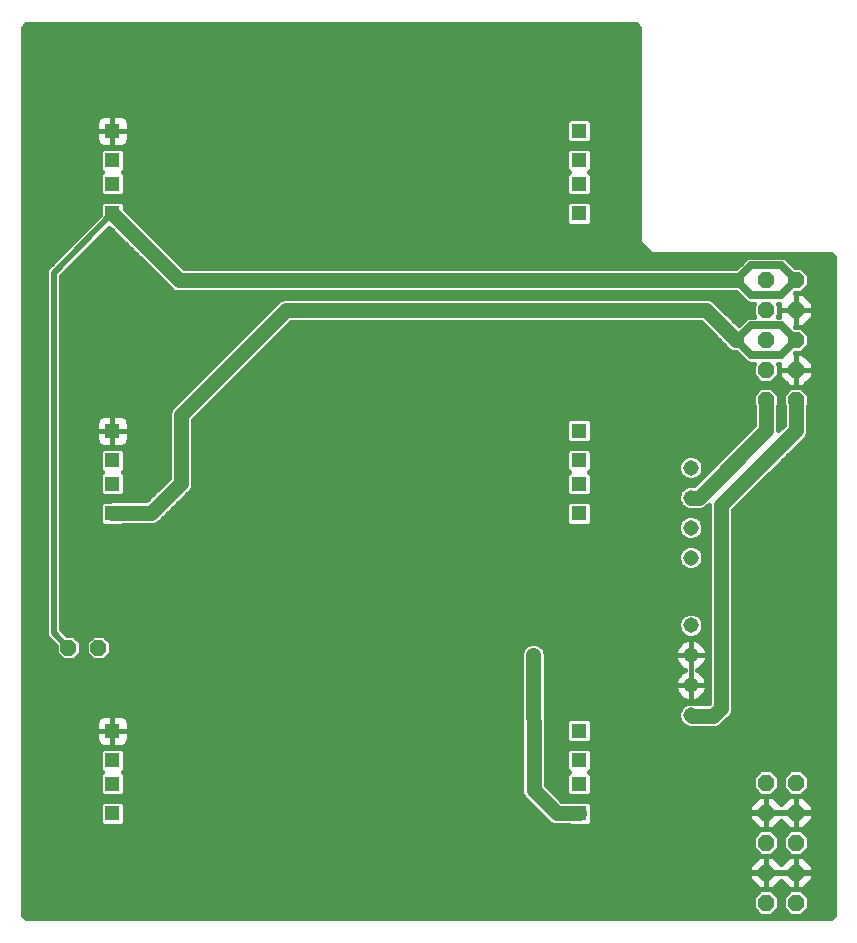
<source format=gtl>
G75*
%MOIN*%
%OFA0B0*%
%FSLAX25Y25*%
%IPPOS*%
%LPD*%
%AMOC8*
5,1,8,0,0,1.08239X$1,22.5*
%
%ADD10R,0.05150X0.05150*%
%ADD11C,0.05150*%
%ADD12OC8,0.05600*%
%ADD13OC8,0.05200*%
%ADD14C,0.05000*%
%ADD15C,0.02500*%
%ADD16C,0.02000*%
%ADD17C,0.03962*%
%ADD18C,0.01600*%
%ADD19R,0.03962X0.03962*%
D10*
X0033925Y0039025D03*
X0033925Y0048868D03*
X0033925Y0056742D03*
X0033925Y0066584D03*
X0033925Y0139025D03*
X0033925Y0148868D03*
X0033925Y0156742D03*
X0033925Y0166584D03*
X0033925Y0239025D03*
X0033925Y0248868D03*
X0033925Y0256742D03*
X0033925Y0266584D03*
X0189437Y0266584D03*
X0189437Y0256742D03*
X0189437Y0248868D03*
X0189437Y0239025D03*
X0189437Y0166584D03*
X0189437Y0156742D03*
X0189437Y0148868D03*
X0189437Y0139025D03*
X0189437Y0066584D03*
X0189437Y0056742D03*
X0189437Y0048868D03*
X0189437Y0039025D03*
D11*
X0226740Y0071840D03*
X0226740Y0081840D03*
X0226740Y0091840D03*
X0226740Y0101840D03*
X0226740Y0124340D03*
X0226740Y0134340D03*
X0226740Y0144340D03*
X0226740Y0154340D03*
D12*
X0251740Y0176840D03*
X0261740Y0176840D03*
X0261740Y0186840D03*
X0261740Y0196840D03*
X0261740Y0206840D03*
X0261740Y0216840D03*
X0251740Y0216840D03*
X0251740Y0206840D03*
X0251740Y0196840D03*
X0251740Y0186840D03*
X0251740Y0049340D03*
X0261740Y0049340D03*
X0261740Y0039340D03*
X0261740Y0029340D03*
X0261740Y0019340D03*
X0261740Y0009340D03*
X0251740Y0009340D03*
X0251740Y0019340D03*
X0251740Y0029340D03*
X0251740Y0039340D03*
D13*
X0029240Y0094340D03*
X0019240Y0094340D03*
D14*
X0033925Y0139025D02*
X0034300Y0139300D01*
X0046800Y0139300D01*
X0056800Y0149300D01*
X0056800Y0171800D01*
X0091800Y0206800D01*
X0231800Y0206800D01*
X0241800Y0196800D01*
X0241800Y0216800D02*
X0056170Y0216800D01*
X0033925Y0239025D01*
X0174240Y0091840D02*
X0174240Y0086840D01*
X0174300Y0054182D01*
X0174300Y0046804D01*
X0181962Y0039142D01*
X0189320Y0039142D01*
X0189437Y0039025D01*
X0226740Y0071840D02*
X0226958Y0071622D01*
X0234128Y0071622D01*
X0236800Y0074294D01*
X0236800Y0141800D01*
X0261800Y0166800D01*
X0261740Y0176840D01*
X0251740Y0176840D02*
X0251800Y0166800D01*
X0229300Y0144300D01*
X0226740Y0144340D01*
D15*
X0246800Y0191800D02*
X0241800Y0196800D01*
X0246800Y0201800D01*
X0256800Y0201800D01*
X0261740Y0196840D01*
X0256800Y0191800D01*
X0246800Y0191800D01*
X0246800Y0211800D02*
X0256800Y0211800D01*
X0261740Y0216840D01*
X0256800Y0221800D01*
X0246800Y0221800D01*
X0241800Y0216800D01*
X0246800Y0211800D01*
D16*
X0033925Y0239025D02*
X0014300Y0219300D01*
X0014300Y0099300D01*
X0019240Y0094340D01*
D17*
X0174240Y0091840D03*
X0174240Y0086840D03*
D18*
X0274084Y0004937D02*
X0004396Y0004937D01*
X0004040Y0005293D02*
X0004040Y0300887D01*
X0005193Y0302040D01*
X0208287Y0302040D01*
X0209440Y0300887D01*
X0209440Y0229356D01*
X0213287Y0225509D01*
X0215193Y0225509D01*
X0273287Y0225509D01*
X0274440Y0224356D01*
X0274440Y0005293D01*
X0273287Y0004140D01*
X0005193Y0004140D01*
X0004040Y0005293D01*
X0004040Y0006536D02*
X0248322Y0006536D01*
X0247340Y0007517D02*
X0247340Y0011163D01*
X0249917Y0013740D01*
X0253563Y0013740D01*
X0256140Y0011163D01*
X0256140Y0007517D01*
X0253563Y0004940D01*
X0249917Y0004940D01*
X0247340Y0007517D01*
X0247340Y0008134D02*
X0004040Y0008134D01*
X0004040Y0009733D02*
X0247340Y0009733D01*
X0247509Y0011331D02*
X0004040Y0011331D01*
X0004040Y0012930D02*
X0249107Y0012930D01*
X0249420Y0013740D02*
X0246140Y0017020D01*
X0246140Y0019240D01*
X0251640Y0019240D01*
X0251640Y0019440D01*
X0251640Y0024940D01*
X0249420Y0024940D01*
X0246140Y0021660D01*
X0246140Y0019440D01*
X0251640Y0019440D01*
X0251840Y0019440D01*
X0251840Y0024940D01*
X0254060Y0024940D01*
X0256740Y0022260D01*
X0259420Y0024940D01*
X0261640Y0024940D01*
X0261640Y0019440D01*
X0261840Y0019440D01*
X0261840Y0024940D01*
X0264060Y0024940D01*
X0267340Y0021660D01*
X0267340Y0019440D01*
X0261840Y0019440D01*
X0261840Y0019240D01*
X0267340Y0019240D01*
X0267340Y0017020D01*
X0264060Y0013740D01*
X0261840Y0013740D01*
X0261840Y0019240D01*
X0261640Y0019240D01*
X0261640Y0013740D01*
X0259420Y0013740D01*
X0256740Y0016420D01*
X0254060Y0013740D01*
X0251840Y0013740D01*
X0251840Y0019240D01*
X0251840Y0019440D01*
X0257340Y0019440D01*
X0261640Y0019440D01*
X0261640Y0019240D01*
X0251840Y0019240D01*
X0251640Y0019240D01*
X0251640Y0013740D01*
X0249420Y0013740D01*
X0248632Y0014528D02*
X0004040Y0014528D01*
X0004040Y0016127D02*
X0247034Y0016127D01*
X0246140Y0017725D02*
X0004040Y0017725D01*
X0004040Y0019324D02*
X0251640Y0019324D01*
X0251840Y0019324D02*
X0261640Y0019324D01*
X0261840Y0019324D02*
X0274440Y0019324D01*
X0274440Y0020922D02*
X0267340Y0020922D01*
X0266479Y0022521D02*
X0274440Y0022521D01*
X0274440Y0024119D02*
X0264880Y0024119D01*
X0263563Y0024940D02*
X0266140Y0027517D01*
X0266140Y0031163D01*
X0263563Y0033740D01*
X0259917Y0033740D01*
X0257340Y0031163D01*
X0257340Y0027517D01*
X0259917Y0024940D01*
X0263563Y0024940D01*
X0264340Y0025718D02*
X0274440Y0025718D01*
X0274440Y0027316D02*
X0265939Y0027316D01*
X0266140Y0028915D02*
X0274440Y0028915D01*
X0274440Y0030513D02*
X0266140Y0030513D01*
X0265191Y0032112D02*
X0274440Y0032112D01*
X0274440Y0033710D02*
X0263592Y0033710D01*
X0264060Y0033740D02*
X0267340Y0037020D01*
X0267340Y0039240D01*
X0261840Y0039240D01*
X0261840Y0039440D01*
X0261640Y0039440D01*
X0261640Y0044940D01*
X0259420Y0044940D01*
X0256740Y0042260D01*
X0254060Y0044940D01*
X0251840Y0044940D01*
X0251840Y0039440D01*
X0251640Y0039440D01*
X0251640Y0044940D01*
X0249420Y0044940D01*
X0246140Y0041660D01*
X0246140Y0039440D01*
X0251640Y0039440D01*
X0251640Y0039240D01*
X0246140Y0039240D01*
X0246140Y0037020D01*
X0249420Y0033740D01*
X0251640Y0033740D01*
X0251640Y0039240D01*
X0251840Y0039240D01*
X0251840Y0039440D01*
X0257340Y0039440D01*
X0261640Y0039440D01*
X0261640Y0039240D01*
X0261840Y0039240D01*
X0261840Y0033740D01*
X0264060Y0033740D01*
X0265628Y0035309D02*
X0274440Y0035309D01*
X0274440Y0036907D02*
X0267227Y0036907D01*
X0267340Y0038506D02*
X0274440Y0038506D01*
X0274440Y0040104D02*
X0267340Y0040104D01*
X0267340Y0039440D02*
X0267340Y0041660D01*
X0264060Y0044940D01*
X0261840Y0044940D01*
X0261840Y0039440D01*
X0267340Y0039440D01*
X0267297Y0041703D02*
X0274440Y0041703D01*
X0274440Y0043301D02*
X0265698Y0043301D01*
X0264100Y0044900D02*
X0274440Y0044900D01*
X0274440Y0046498D02*
X0265121Y0046498D01*
X0266140Y0047517D02*
X0263563Y0044940D01*
X0259917Y0044940D01*
X0257340Y0047517D01*
X0257340Y0051163D01*
X0259917Y0053740D01*
X0263563Y0053740D01*
X0266140Y0051163D01*
X0266140Y0047517D01*
X0266140Y0048097D02*
X0274440Y0048097D01*
X0274440Y0049695D02*
X0266140Y0049695D01*
X0266009Y0051294D02*
X0274440Y0051294D01*
X0274440Y0052892D02*
X0264410Y0052892D01*
X0259070Y0052892D02*
X0254410Y0052892D01*
X0253563Y0053740D02*
X0249917Y0053740D01*
X0247340Y0051163D01*
X0247340Y0047517D01*
X0249917Y0044940D01*
X0253563Y0044940D01*
X0256140Y0047517D01*
X0256140Y0051163D01*
X0253563Y0053740D01*
X0256009Y0051294D02*
X0257471Y0051294D01*
X0257340Y0049695D02*
X0256140Y0049695D01*
X0256140Y0048097D02*
X0257340Y0048097D01*
X0258359Y0046498D02*
X0255121Y0046498D01*
X0254100Y0044900D02*
X0259380Y0044900D01*
X0261640Y0044900D02*
X0261840Y0044900D01*
X0261840Y0043301D02*
X0261640Y0043301D01*
X0261640Y0041703D02*
X0261840Y0041703D01*
X0261840Y0040104D02*
X0261640Y0040104D01*
X0261640Y0039240D02*
X0251840Y0039240D01*
X0251840Y0033740D01*
X0254060Y0033740D01*
X0256740Y0036420D01*
X0259420Y0033740D01*
X0261640Y0033740D01*
X0261640Y0039240D01*
X0261640Y0038506D02*
X0261840Y0038506D01*
X0261840Y0036907D02*
X0261640Y0036907D01*
X0261640Y0035309D02*
X0261840Y0035309D01*
X0259888Y0033710D02*
X0253592Y0033710D01*
X0253563Y0033740D02*
X0249917Y0033740D01*
X0247340Y0031163D01*
X0247340Y0027517D01*
X0249917Y0024940D01*
X0253563Y0024940D01*
X0256140Y0027517D01*
X0256140Y0031163D01*
X0253563Y0033740D01*
X0255191Y0032112D02*
X0258289Y0032112D01*
X0257340Y0030513D02*
X0256140Y0030513D01*
X0256140Y0028915D02*
X0257340Y0028915D01*
X0257541Y0027316D02*
X0255939Y0027316D01*
X0254340Y0025718D02*
X0259140Y0025718D01*
X0258600Y0024119D02*
X0254880Y0024119D01*
X0256479Y0022521D02*
X0257001Y0022521D01*
X0261640Y0022521D02*
X0261840Y0022521D01*
X0261840Y0024119D02*
X0261640Y0024119D01*
X0261640Y0020922D02*
X0261840Y0020922D01*
X0261840Y0017725D02*
X0261640Y0017725D01*
X0261640Y0016127D02*
X0261840Y0016127D01*
X0261840Y0014528D02*
X0261640Y0014528D01*
X0259917Y0013740D02*
X0257340Y0011163D01*
X0257340Y0007517D01*
X0259917Y0004940D01*
X0263563Y0004940D01*
X0266140Y0007517D01*
X0266140Y0011163D01*
X0263563Y0013740D01*
X0259917Y0013740D01*
X0259107Y0012930D02*
X0254373Y0012930D01*
X0254848Y0014528D02*
X0258632Y0014528D01*
X0257034Y0016127D02*
X0256446Y0016127D01*
X0251840Y0016127D02*
X0251640Y0016127D01*
X0251640Y0017725D02*
X0251840Y0017725D01*
X0251840Y0014528D02*
X0251640Y0014528D01*
X0255971Y0011331D02*
X0257509Y0011331D01*
X0257340Y0009733D02*
X0256140Y0009733D01*
X0256140Y0008134D02*
X0257340Y0008134D01*
X0258322Y0006536D02*
X0255158Y0006536D01*
X0264373Y0012930D02*
X0274440Y0012930D01*
X0274440Y0014528D02*
X0264848Y0014528D01*
X0266446Y0016127D02*
X0274440Y0016127D01*
X0274440Y0017725D02*
X0267340Y0017725D01*
X0265971Y0011331D02*
X0274440Y0011331D01*
X0274440Y0009733D02*
X0266140Y0009733D01*
X0266140Y0008134D02*
X0274440Y0008134D01*
X0274440Y0006536D02*
X0265158Y0006536D01*
X0251840Y0020922D02*
X0251640Y0020922D01*
X0251640Y0022521D02*
X0251840Y0022521D01*
X0251840Y0024119D02*
X0251640Y0024119D01*
X0249140Y0025718D02*
X0004040Y0025718D01*
X0004040Y0027316D02*
X0247541Y0027316D01*
X0247340Y0028915D02*
X0004040Y0028915D01*
X0004040Y0030513D02*
X0247340Y0030513D01*
X0248289Y0032112D02*
X0004040Y0032112D01*
X0004040Y0033710D02*
X0249888Y0033710D01*
X0251640Y0035309D02*
X0251840Y0035309D01*
X0251840Y0036907D02*
X0251640Y0036907D01*
X0251640Y0038506D02*
X0251840Y0038506D01*
X0251840Y0040104D02*
X0251640Y0040104D01*
X0251640Y0041703D02*
X0251840Y0041703D01*
X0251840Y0043301D02*
X0251640Y0043301D01*
X0251640Y0044900D02*
X0251840Y0044900D01*
X0249380Y0044900D02*
X0192881Y0044900D01*
X0192674Y0044693D02*
X0193612Y0045630D01*
X0193612Y0052105D01*
X0192912Y0052805D01*
X0193612Y0053504D01*
X0193612Y0059979D01*
X0192674Y0060916D01*
X0186199Y0060916D01*
X0185262Y0059979D01*
X0185262Y0053504D01*
X0185962Y0052805D01*
X0185262Y0052105D01*
X0185262Y0045630D01*
X0186199Y0044693D01*
X0192674Y0044693D01*
X0192674Y0043200D02*
X0190237Y0043200D01*
X0190136Y0043242D01*
X0183661Y0043242D01*
X0178400Y0048502D01*
X0178400Y0053370D01*
X0178401Y0053374D01*
X0178400Y0054187D01*
X0178400Y0054997D01*
X0178398Y0055001D01*
X0178340Y0086849D01*
X0178340Y0092656D01*
X0177716Y0094162D01*
X0176562Y0095316D01*
X0175056Y0095940D01*
X0173424Y0095940D01*
X0171918Y0095316D01*
X0170764Y0094162D01*
X0170140Y0092656D01*
X0170140Y0087652D01*
X0170139Y0087648D01*
X0170140Y0086835D01*
X0170140Y0086024D01*
X0170141Y0086021D01*
X0170200Y0054173D01*
X0170200Y0045988D01*
X0170824Y0044481D01*
X0178487Y0036819D01*
X0179640Y0035666D01*
X0181147Y0035042D01*
X0186008Y0035042D01*
X0186199Y0034850D01*
X0192674Y0034850D01*
X0193612Y0035787D01*
X0193612Y0042263D01*
X0192674Y0043200D01*
X0193612Y0041703D02*
X0246183Y0041703D01*
X0246140Y0040104D02*
X0193612Y0040104D01*
X0193612Y0038506D02*
X0246140Y0038506D01*
X0246253Y0036907D02*
X0193612Y0036907D01*
X0193133Y0035309D02*
X0247852Y0035309D01*
X0255628Y0035309D02*
X0257852Y0035309D01*
X0257782Y0043301D02*
X0255698Y0043301D01*
X0248359Y0046498D02*
X0193612Y0046498D01*
X0193612Y0048097D02*
X0247340Y0048097D01*
X0247340Y0049695D02*
X0193612Y0049695D01*
X0193612Y0051294D02*
X0247471Y0051294D01*
X0249070Y0052892D02*
X0193000Y0052892D01*
X0193612Y0054491D02*
X0274440Y0054491D01*
X0274440Y0056089D02*
X0193612Y0056089D01*
X0193612Y0057688D02*
X0274440Y0057688D01*
X0274440Y0059286D02*
X0193612Y0059286D01*
X0192706Y0060885D02*
X0274440Y0060885D01*
X0274440Y0062483D02*
X0192749Y0062483D01*
X0192674Y0062409D02*
X0193612Y0063347D01*
X0193612Y0069822D01*
X0192674Y0070759D01*
X0186199Y0070759D01*
X0185262Y0069822D01*
X0185262Y0063347D01*
X0186199Y0062409D01*
X0192674Y0062409D01*
X0193612Y0064082D02*
X0274440Y0064082D01*
X0274440Y0065680D02*
X0193612Y0065680D01*
X0193612Y0067279D02*
X0274440Y0067279D01*
X0274440Y0068877D02*
X0237182Y0068877D01*
X0237604Y0069299D02*
X0240276Y0071972D01*
X0240900Y0073479D01*
X0240900Y0140102D01*
X0264131Y0163333D01*
X0264143Y0163338D01*
X0264708Y0163910D01*
X0265276Y0164478D01*
X0265281Y0164489D01*
X0265290Y0164498D01*
X0265593Y0165242D01*
X0265900Y0165984D01*
X0265900Y0165997D01*
X0265905Y0166009D01*
X0265900Y0166812D01*
X0265900Y0167616D01*
X0265895Y0167627D01*
X0265853Y0174730D01*
X0266140Y0175017D01*
X0266140Y0178663D01*
X0263563Y0181240D01*
X0259917Y0181240D01*
X0257340Y0178663D01*
X0257340Y0175017D01*
X0257653Y0174705D01*
X0257690Y0168488D01*
X0255901Y0166699D01*
X0255900Y0166812D01*
X0255900Y0167616D01*
X0255895Y0167627D01*
X0255853Y0174730D01*
X0256140Y0175017D01*
X0256140Y0178663D01*
X0253563Y0181240D01*
X0249917Y0181240D01*
X0247340Y0178663D01*
X0247340Y0175017D01*
X0247653Y0174705D01*
X0247690Y0168488D01*
X0227674Y0148472D01*
X0227570Y0148515D01*
X0225910Y0148515D01*
X0224375Y0147879D01*
X0223201Y0146705D01*
X0222565Y0145170D01*
X0222565Y0143510D01*
X0223201Y0141975D01*
X0224375Y0140801D01*
X0225910Y0140165D01*
X0227570Y0140165D01*
X0227713Y0140224D01*
X0228454Y0140213D01*
X0228484Y0140200D01*
X0229268Y0140200D01*
X0230051Y0140188D01*
X0230082Y0140200D01*
X0230116Y0140200D01*
X0230839Y0140500D01*
X0231568Y0140788D01*
X0231592Y0140811D01*
X0231622Y0140824D01*
X0232176Y0141378D01*
X0232700Y0141886D01*
X0232700Y0075992D01*
X0232429Y0075722D01*
X0228278Y0075722D01*
X0227570Y0076015D01*
X0225910Y0076015D01*
X0224375Y0075379D01*
X0223201Y0074205D01*
X0222565Y0072670D01*
X0222565Y0071010D01*
X0223201Y0069475D01*
X0224375Y0068301D01*
X0224556Y0068226D01*
X0224636Y0068146D01*
X0226143Y0067522D01*
X0234943Y0067522D01*
X0236450Y0068146D01*
X0237604Y0069299D01*
X0238780Y0070476D02*
X0274440Y0070476D01*
X0274440Y0072074D02*
X0240318Y0072074D01*
X0240900Y0073673D02*
X0274440Y0073673D01*
X0274440Y0075272D02*
X0240900Y0075272D01*
X0240900Y0076870D02*
X0274440Y0076870D01*
X0274440Y0078469D02*
X0240900Y0078469D01*
X0240900Y0080067D02*
X0274440Y0080067D01*
X0274440Y0081666D02*
X0240900Y0081666D01*
X0240900Y0083264D02*
X0274440Y0083264D01*
X0274440Y0084863D02*
X0240900Y0084863D01*
X0240900Y0086461D02*
X0274440Y0086461D01*
X0274440Y0088060D02*
X0240900Y0088060D01*
X0240900Y0089658D02*
X0274440Y0089658D01*
X0274440Y0091257D02*
X0240900Y0091257D01*
X0240900Y0092855D02*
X0274440Y0092855D01*
X0274440Y0094454D02*
X0240900Y0094454D01*
X0240900Y0096052D02*
X0274440Y0096052D01*
X0274440Y0097651D02*
X0240900Y0097651D01*
X0240900Y0099249D02*
X0274440Y0099249D01*
X0274440Y0100848D02*
X0240900Y0100848D01*
X0240900Y0102446D02*
X0274440Y0102446D01*
X0274440Y0104045D02*
X0240900Y0104045D01*
X0240900Y0105643D02*
X0274440Y0105643D01*
X0274440Y0107242D02*
X0240900Y0107242D01*
X0240900Y0108840D02*
X0274440Y0108840D01*
X0274440Y0110439D02*
X0240900Y0110439D01*
X0240900Y0112037D02*
X0274440Y0112037D01*
X0274440Y0113636D02*
X0240900Y0113636D01*
X0240900Y0115234D02*
X0274440Y0115234D01*
X0274440Y0116833D02*
X0240900Y0116833D01*
X0240900Y0118431D02*
X0274440Y0118431D01*
X0274440Y0120030D02*
X0240900Y0120030D01*
X0240900Y0121628D02*
X0274440Y0121628D01*
X0274440Y0123227D02*
X0240900Y0123227D01*
X0240900Y0124825D02*
X0274440Y0124825D01*
X0274440Y0126424D02*
X0240900Y0126424D01*
X0240900Y0128022D02*
X0274440Y0128022D01*
X0274440Y0129621D02*
X0240900Y0129621D01*
X0240900Y0131219D02*
X0274440Y0131219D01*
X0274440Y0132818D02*
X0240900Y0132818D01*
X0240900Y0134416D02*
X0274440Y0134416D01*
X0274440Y0136015D02*
X0240900Y0136015D01*
X0240900Y0137613D02*
X0274440Y0137613D01*
X0274440Y0139212D02*
X0240900Y0139212D01*
X0241609Y0140810D02*
X0274440Y0140810D01*
X0274440Y0142409D02*
X0243207Y0142409D01*
X0244806Y0144008D02*
X0274440Y0144008D01*
X0274440Y0145606D02*
X0246404Y0145606D01*
X0248003Y0147205D02*
X0274440Y0147205D01*
X0274440Y0148803D02*
X0249601Y0148803D01*
X0251200Y0150402D02*
X0274440Y0150402D01*
X0274440Y0152000D02*
X0252798Y0152000D01*
X0254397Y0153599D02*
X0274440Y0153599D01*
X0274440Y0155197D02*
X0255995Y0155197D01*
X0257594Y0156796D02*
X0274440Y0156796D01*
X0274440Y0158394D02*
X0259192Y0158394D01*
X0260791Y0159993D02*
X0274440Y0159993D01*
X0274440Y0161591D02*
X0262389Y0161591D01*
X0263988Y0163190D02*
X0274440Y0163190D01*
X0274440Y0164788D02*
X0265408Y0164788D01*
X0265903Y0166387D02*
X0274440Y0166387D01*
X0274440Y0167985D02*
X0265893Y0167985D01*
X0265883Y0169584D02*
X0274440Y0169584D01*
X0274440Y0171182D02*
X0265874Y0171182D01*
X0265864Y0172781D02*
X0274440Y0172781D01*
X0274440Y0174379D02*
X0265855Y0174379D01*
X0266140Y0175978D02*
X0274440Y0175978D01*
X0274440Y0177576D02*
X0266140Y0177576D01*
X0265628Y0179175D02*
X0274440Y0179175D01*
X0274440Y0180773D02*
X0264029Y0180773D01*
X0264060Y0181240D02*
X0267340Y0184520D01*
X0267340Y0186740D01*
X0261840Y0186740D01*
X0261840Y0186940D01*
X0261640Y0186940D01*
X0261640Y0192440D01*
X0261418Y0192440D01*
X0263563Y0192440D01*
X0266140Y0195017D01*
X0266140Y0198663D01*
X0263563Y0201240D01*
X0261380Y0201240D01*
X0261640Y0201240D01*
X0261640Y0206740D01*
X0261840Y0206740D01*
X0261840Y0206940D01*
X0261640Y0206940D01*
X0261640Y0212440D01*
X0261418Y0212440D01*
X0263563Y0212440D01*
X0266140Y0215017D01*
X0266140Y0218663D01*
X0263563Y0221240D01*
X0261380Y0221240D01*
X0259217Y0223412D01*
X0259216Y0223414D01*
X0258817Y0223813D01*
X0258419Y0224213D01*
X0258416Y0224214D01*
X0258414Y0224216D01*
X0257892Y0224433D01*
X0257373Y0224649D01*
X0257370Y0224649D01*
X0257367Y0224650D01*
X0256803Y0224650D01*
X0256239Y0224651D01*
X0256236Y0224650D01*
X0246233Y0224650D01*
X0245186Y0224216D01*
X0244384Y0223414D01*
X0241869Y0220900D01*
X0057867Y0220900D01*
X0038100Y0240650D01*
X0038100Y0242263D01*
X0037163Y0243200D01*
X0030687Y0243200D01*
X0029750Y0242263D01*
X0029750Y0238515D01*
X0012459Y0221136D01*
X0012096Y0220773D01*
X0012095Y0220770D01*
X0012092Y0220767D01*
X0011897Y0220292D01*
X0011700Y0219817D01*
X0011700Y0219814D01*
X0011699Y0219811D01*
X0011700Y0219298D01*
X0011700Y0099305D01*
X0011699Y0098788D01*
X0011700Y0098786D01*
X0011700Y0098783D01*
X0011896Y0098309D01*
X0012093Y0097832D01*
X0012095Y0097830D01*
X0012096Y0097827D01*
X0012457Y0097466D01*
X0015040Y0094873D01*
X0015040Y0092600D01*
X0017500Y0090140D01*
X0020980Y0090140D01*
X0023440Y0092600D01*
X0023440Y0096080D01*
X0020980Y0098540D01*
X0018726Y0098540D01*
X0016900Y0100374D01*
X0016900Y0218227D01*
X0032873Y0234281D01*
X0053276Y0213896D01*
X0053848Y0213324D01*
X0053848Y0213324D01*
X0053849Y0213323D01*
X0054608Y0213009D01*
X0055355Y0212700D01*
X0055355Y0212700D01*
X0055356Y0212700D01*
X0056174Y0212700D01*
X0241869Y0212700D01*
X0244384Y0210186D01*
X0245186Y0209384D01*
X0246233Y0208950D01*
X0247627Y0208950D01*
X0247340Y0208663D01*
X0247340Y0205017D01*
X0247707Y0204650D01*
X0246233Y0204650D01*
X0245186Y0204216D01*
X0242684Y0201714D01*
X0234122Y0210276D01*
X0232616Y0210900D01*
X0090984Y0210900D01*
X0089478Y0210276D01*
X0054478Y0175276D01*
X0053324Y0174122D01*
X0052700Y0172616D01*
X0052700Y0150998D01*
X0045102Y0143400D01*
X0034614Y0143400D01*
X0034117Y0143476D01*
X0033806Y0143400D01*
X0033484Y0143400D01*
X0033021Y0143208D01*
X0032988Y0143200D01*
X0030687Y0143200D01*
X0029750Y0142263D01*
X0029750Y0138852D01*
X0029749Y0138842D01*
X0029750Y0138836D01*
X0029750Y0135787D01*
X0030687Y0134850D01*
X0034098Y0134850D01*
X0034108Y0134849D01*
X0034114Y0134850D01*
X0037163Y0134850D01*
X0037512Y0135200D01*
X0047616Y0135200D01*
X0049122Y0135824D01*
X0050276Y0136978D01*
X0060276Y0146978D01*
X0060900Y0148484D01*
X0060900Y0170102D01*
X0093498Y0202700D01*
X0230102Y0202700D01*
X0239478Y0193324D01*
X0240984Y0192700D01*
X0241869Y0192700D01*
X0245186Y0189384D01*
X0246233Y0188950D01*
X0247627Y0188950D01*
X0247340Y0188663D01*
X0247340Y0185017D01*
X0249917Y0182440D01*
X0253563Y0182440D01*
X0256140Y0185017D01*
X0256140Y0188663D01*
X0255852Y0188950D01*
X0256140Y0188950D01*
X0256140Y0186940D01*
X0261640Y0186940D01*
X0261640Y0186740D01*
X0261840Y0186740D01*
X0261840Y0181240D01*
X0264060Y0181240D01*
X0265191Y0182372D02*
X0274440Y0182372D01*
X0274440Y0183970D02*
X0266790Y0183970D01*
X0267340Y0185569D02*
X0274440Y0185569D01*
X0274440Y0187167D02*
X0267340Y0187167D01*
X0267340Y0186940D02*
X0267340Y0189160D01*
X0264060Y0192440D01*
X0261840Y0192440D01*
X0261840Y0186940D01*
X0267340Y0186940D01*
X0267340Y0188766D02*
X0274440Y0188766D01*
X0274440Y0190364D02*
X0266135Y0190364D01*
X0264537Y0191963D02*
X0274440Y0191963D01*
X0274440Y0193561D02*
X0264684Y0193561D01*
X0266140Y0195160D02*
X0274440Y0195160D01*
X0274440Y0196758D02*
X0266140Y0196758D01*
X0266140Y0198357D02*
X0274440Y0198357D01*
X0274440Y0199955D02*
X0264847Y0199955D01*
X0264060Y0201240D02*
X0267340Y0204520D01*
X0267340Y0206740D01*
X0261840Y0206740D01*
X0261840Y0201240D01*
X0264060Y0201240D01*
X0264373Y0201554D02*
X0274440Y0201554D01*
X0274440Y0203152D02*
X0265972Y0203152D01*
X0267340Y0204751D02*
X0274440Y0204751D01*
X0274440Y0206349D02*
X0267340Y0206349D01*
X0267340Y0206940D02*
X0267340Y0209160D01*
X0264060Y0212440D01*
X0261840Y0212440D01*
X0261840Y0206940D01*
X0267340Y0206940D01*
X0267340Y0207948D02*
X0274440Y0207948D01*
X0274440Y0209546D02*
X0266953Y0209546D01*
X0265355Y0211145D02*
X0274440Y0211145D01*
X0274440Y0212743D02*
X0263866Y0212743D01*
X0265465Y0214342D02*
X0274440Y0214342D01*
X0274440Y0215941D02*
X0266140Y0215941D01*
X0266140Y0217539D02*
X0274440Y0217539D01*
X0274440Y0219138D02*
X0265665Y0219138D01*
X0264066Y0220736D02*
X0274440Y0220736D01*
X0274440Y0222335D02*
X0260290Y0222335D01*
X0258698Y0223933D02*
X0274440Y0223933D01*
X0261418Y0212440D02*
X0261418Y0212440D01*
X0261640Y0211145D02*
X0261840Y0211145D01*
X0261840Y0209546D02*
X0261640Y0209546D01*
X0261640Y0207948D02*
X0261840Y0207948D01*
X0261640Y0206940D02*
X0261640Y0206740D01*
X0256140Y0206740D01*
X0256140Y0204650D01*
X0255773Y0204650D01*
X0256140Y0205017D01*
X0256140Y0208663D01*
X0255852Y0208950D01*
X0256140Y0208950D01*
X0256140Y0206940D01*
X0261640Y0206940D01*
X0261640Y0206349D02*
X0261840Y0206349D01*
X0261840Y0204751D02*
X0261640Y0204751D01*
X0261640Y0203152D02*
X0261840Y0203152D01*
X0261840Y0201554D02*
X0261640Y0201554D01*
X0261380Y0201240D02*
X0261380Y0201240D01*
X0256140Y0204751D02*
X0255873Y0204751D01*
X0256140Y0206349D02*
X0256140Y0206349D01*
X0256140Y0207948D02*
X0256140Y0207948D01*
X0247340Y0207948D02*
X0236450Y0207948D01*
X0234852Y0209546D02*
X0245023Y0209546D01*
X0243425Y0211145D02*
X0016900Y0211145D01*
X0016900Y0212743D02*
X0055250Y0212743D01*
X0052829Y0214342D02*
X0016900Y0214342D01*
X0016900Y0215941D02*
X0051229Y0215941D01*
X0049630Y0217539D02*
X0016900Y0217539D01*
X0017806Y0219138D02*
X0048030Y0219138D01*
X0046430Y0220736D02*
X0019396Y0220736D01*
X0020987Y0222335D02*
X0044830Y0222335D01*
X0043230Y0223933D02*
X0022577Y0223933D01*
X0024168Y0225532D02*
X0041630Y0225532D01*
X0040030Y0227130D02*
X0025758Y0227130D01*
X0027348Y0228729D02*
X0038430Y0228729D01*
X0036830Y0230327D02*
X0028939Y0230327D01*
X0030529Y0231926D02*
X0035230Y0231926D01*
X0033630Y0233524D02*
X0032120Y0233524D01*
X0027965Y0236721D02*
X0004040Y0236721D01*
X0004040Y0235123D02*
X0026375Y0235123D01*
X0024784Y0233524D02*
X0004040Y0233524D01*
X0004040Y0231926D02*
X0023194Y0231926D01*
X0021604Y0230327D02*
X0004040Y0230327D01*
X0004040Y0228729D02*
X0020013Y0228729D01*
X0018423Y0227130D02*
X0004040Y0227130D01*
X0004040Y0225532D02*
X0016832Y0225532D01*
X0015242Y0223933D02*
X0004040Y0223933D01*
X0004040Y0222335D02*
X0013652Y0222335D01*
X0012079Y0220736D02*
X0004040Y0220736D01*
X0004040Y0219138D02*
X0011700Y0219138D01*
X0011700Y0217539D02*
X0004040Y0217539D01*
X0004040Y0215941D02*
X0011700Y0215941D01*
X0011700Y0214342D02*
X0004040Y0214342D01*
X0004040Y0212743D02*
X0011700Y0212743D01*
X0011700Y0211145D02*
X0004040Y0211145D01*
X0004040Y0209546D02*
X0011700Y0209546D01*
X0011700Y0207948D02*
X0004040Y0207948D01*
X0004040Y0206349D02*
X0011700Y0206349D01*
X0011700Y0204751D02*
X0004040Y0204751D01*
X0004040Y0203152D02*
X0011700Y0203152D01*
X0011700Y0201554D02*
X0004040Y0201554D01*
X0004040Y0199955D02*
X0011700Y0199955D01*
X0011700Y0198357D02*
X0004040Y0198357D01*
X0004040Y0196758D02*
X0011700Y0196758D01*
X0011700Y0195160D02*
X0004040Y0195160D01*
X0004040Y0193561D02*
X0011700Y0193561D01*
X0011700Y0191963D02*
X0004040Y0191963D01*
X0004040Y0190364D02*
X0011700Y0190364D01*
X0011700Y0188766D02*
X0004040Y0188766D01*
X0004040Y0187167D02*
X0011700Y0187167D01*
X0011700Y0185569D02*
X0004040Y0185569D01*
X0004040Y0183970D02*
X0011700Y0183970D01*
X0011700Y0182372D02*
X0004040Y0182372D01*
X0004040Y0180773D02*
X0011700Y0180773D01*
X0011700Y0179175D02*
X0004040Y0179175D01*
X0004040Y0177576D02*
X0011700Y0177576D01*
X0011700Y0175978D02*
X0004040Y0175978D01*
X0004040Y0174379D02*
X0011700Y0174379D01*
X0011700Y0172781D02*
X0004040Y0172781D01*
X0004040Y0171182D02*
X0011700Y0171182D01*
X0011700Y0169584D02*
X0004040Y0169584D01*
X0004040Y0167985D02*
X0011700Y0167985D01*
X0011700Y0166387D02*
X0004040Y0166387D01*
X0004040Y0164788D02*
X0011700Y0164788D01*
X0011700Y0163190D02*
X0004040Y0163190D01*
X0004040Y0161591D02*
X0011700Y0161591D01*
X0011700Y0159993D02*
X0004040Y0159993D01*
X0004040Y0158394D02*
X0011700Y0158394D01*
X0011700Y0156796D02*
X0004040Y0156796D01*
X0004040Y0155197D02*
X0011700Y0155197D01*
X0011700Y0153599D02*
X0004040Y0153599D01*
X0004040Y0152000D02*
X0011700Y0152000D01*
X0011700Y0150402D02*
X0004040Y0150402D01*
X0004040Y0148803D02*
X0011700Y0148803D01*
X0011700Y0147205D02*
X0004040Y0147205D01*
X0004040Y0145606D02*
X0011700Y0145606D01*
X0011700Y0144008D02*
X0004040Y0144008D01*
X0004040Y0142409D02*
X0011700Y0142409D01*
X0011700Y0140810D02*
X0004040Y0140810D01*
X0004040Y0139212D02*
X0011700Y0139212D01*
X0011700Y0137613D02*
X0004040Y0137613D01*
X0004040Y0136015D02*
X0011700Y0136015D01*
X0011700Y0134416D02*
X0004040Y0134416D01*
X0004040Y0132818D02*
X0011700Y0132818D01*
X0011700Y0131219D02*
X0004040Y0131219D01*
X0004040Y0129621D02*
X0011700Y0129621D01*
X0011700Y0128022D02*
X0004040Y0128022D01*
X0004040Y0126424D02*
X0011700Y0126424D01*
X0011700Y0124825D02*
X0004040Y0124825D01*
X0004040Y0123227D02*
X0011700Y0123227D01*
X0011700Y0121628D02*
X0004040Y0121628D01*
X0004040Y0120030D02*
X0011700Y0120030D01*
X0011700Y0118431D02*
X0004040Y0118431D01*
X0004040Y0116833D02*
X0011700Y0116833D01*
X0011700Y0115234D02*
X0004040Y0115234D01*
X0004040Y0113636D02*
X0011700Y0113636D01*
X0011700Y0112037D02*
X0004040Y0112037D01*
X0004040Y0110439D02*
X0011700Y0110439D01*
X0011700Y0108840D02*
X0004040Y0108840D01*
X0004040Y0107242D02*
X0011700Y0107242D01*
X0011700Y0105643D02*
X0004040Y0105643D01*
X0004040Y0104045D02*
X0011700Y0104045D01*
X0011700Y0102446D02*
X0004040Y0102446D01*
X0004040Y0100848D02*
X0011700Y0100848D01*
X0011700Y0099249D02*
X0004040Y0099249D01*
X0004040Y0097651D02*
X0012272Y0097651D01*
X0013865Y0096052D02*
X0004040Y0096052D01*
X0004040Y0094454D02*
X0015040Y0094454D01*
X0015040Y0092855D02*
X0004040Y0092855D01*
X0004040Y0091257D02*
X0016384Y0091257D01*
X0022096Y0091257D02*
X0026384Y0091257D01*
X0027500Y0090140D02*
X0030980Y0090140D01*
X0033440Y0092600D01*
X0033440Y0096080D01*
X0030980Y0098540D01*
X0027500Y0098540D01*
X0025040Y0096080D01*
X0025040Y0092600D01*
X0027500Y0090140D01*
X0025040Y0092855D02*
X0023440Y0092855D01*
X0023440Y0094454D02*
X0025040Y0094454D01*
X0025040Y0096052D02*
X0023440Y0096052D01*
X0021869Y0097651D02*
X0026611Y0097651D01*
X0031869Y0097651D02*
X0232700Y0097651D01*
X0232700Y0099249D02*
X0230053Y0099249D01*
X0230279Y0099475D02*
X0230915Y0101010D01*
X0230915Y0102670D01*
X0230279Y0104205D01*
X0229105Y0105379D01*
X0227570Y0106015D01*
X0225910Y0106015D01*
X0224375Y0105379D01*
X0223201Y0104205D01*
X0222565Y0102670D01*
X0222565Y0101010D01*
X0223201Y0099475D01*
X0224375Y0098301D01*
X0225910Y0097665D01*
X0227570Y0097665D01*
X0229105Y0098301D01*
X0230279Y0099475D01*
X0230848Y0100848D02*
X0232700Y0100848D01*
X0232700Y0102446D02*
X0230915Y0102446D01*
X0230346Y0104045D02*
X0232700Y0104045D01*
X0232700Y0105643D02*
X0228467Y0105643D01*
X0232700Y0107242D02*
X0016900Y0107242D01*
X0016900Y0108840D02*
X0232700Y0108840D01*
X0232700Y0110439D02*
X0016900Y0110439D01*
X0016900Y0112037D02*
X0232700Y0112037D01*
X0232700Y0113636D02*
X0016900Y0113636D01*
X0016900Y0115234D02*
X0232700Y0115234D01*
X0232700Y0116833D02*
X0016900Y0116833D01*
X0016900Y0118431D02*
X0232700Y0118431D01*
X0232700Y0120030D02*
X0016900Y0120030D01*
X0016900Y0121628D02*
X0223548Y0121628D01*
X0223201Y0121975D02*
X0224375Y0120801D01*
X0225910Y0120165D01*
X0227570Y0120165D01*
X0229105Y0120801D01*
X0230279Y0121975D01*
X0230915Y0123510D01*
X0230915Y0125170D01*
X0230279Y0126705D01*
X0229105Y0127879D01*
X0227570Y0128515D01*
X0225910Y0128515D01*
X0224375Y0127879D01*
X0223201Y0126705D01*
X0222565Y0125170D01*
X0222565Y0123510D01*
X0223201Y0121975D01*
X0222682Y0123227D02*
X0016900Y0123227D01*
X0016900Y0124825D02*
X0222565Y0124825D01*
X0223084Y0126424D02*
X0016900Y0126424D01*
X0016900Y0128022D02*
X0224721Y0128022D01*
X0225910Y0130165D02*
X0224375Y0130801D01*
X0223201Y0131975D01*
X0222565Y0133510D01*
X0222565Y0135170D01*
X0223201Y0136705D01*
X0224375Y0137879D01*
X0225910Y0138515D01*
X0227570Y0138515D01*
X0229105Y0137879D01*
X0230279Y0136705D01*
X0230915Y0135170D01*
X0230915Y0133510D01*
X0230279Y0131975D01*
X0229105Y0130801D01*
X0227570Y0130165D01*
X0225910Y0130165D01*
X0223957Y0131219D02*
X0016900Y0131219D01*
X0016900Y0129621D02*
X0232700Y0129621D01*
X0232700Y0131219D02*
X0229523Y0131219D01*
X0230628Y0132818D02*
X0232700Y0132818D01*
X0232700Y0134416D02*
X0230915Y0134416D01*
X0230565Y0136015D02*
X0232700Y0136015D01*
X0232700Y0137613D02*
X0229371Y0137613D01*
X0232700Y0139212D02*
X0193612Y0139212D01*
X0193612Y0140810D02*
X0224365Y0140810D01*
X0223021Y0142409D02*
X0193465Y0142409D01*
X0193612Y0142263D02*
X0192674Y0143200D01*
X0186199Y0143200D01*
X0185262Y0142263D01*
X0185262Y0135787D01*
X0186199Y0134850D01*
X0192674Y0134850D01*
X0193612Y0135787D01*
X0193612Y0142263D01*
X0192674Y0144693D02*
X0193612Y0145630D01*
X0193612Y0152105D01*
X0192912Y0152805D01*
X0193612Y0153504D01*
X0193612Y0159979D01*
X0192674Y0160916D01*
X0186199Y0160916D01*
X0185262Y0159979D01*
X0185262Y0153504D01*
X0185962Y0152805D01*
X0185262Y0152105D01*
X0185262Y0145630D01*
X0186199Y0144693D01*
X0192674Y0144693D01*
X0193588Y0145606D02*
X0222746Y0145606D01*
X0222565Y0144008D02*
X0057306Y0144008D01*
X0058904Y0145606D02*
X0185286Y0145606D01*
X0185262Y0147205D02*
X0060370Y0147205D01*
X0060900Y0148803D02*
X0185262Y0148803D01*
X0185262Y0150402D02*
X0060900Y0150402D01*
X0060900Y0152000D02*
X0185262Y0152000D01*
X0185262Y0153599D02*
X0060900Y0153599D01*
X0060900Y0155197D02*
X0185262Y0155197D01*
X0185262Y0156796D02*
X0060900Y0156796D01*
X0060900Y0158394D02*
X0185262Y0158394D01*
X0185276Y0159993D02*
X0060900Y0159993D01*
X0060900Y0161591D02*
X0240793Y0161591D01*
X0239194Y0159993D02*
X0193598Y0159993D01*
X0193612Y0158394D02*
X0225618Y0158394D01*
X0225910Y0158515D02*
X0224375Y0157879D01*
X0223201Y0156705D01*
X0222565Y0155170D01*
X0222565Y0153510D01*
X0223201Y0151975D01*
X0224375Y0150801D01*
X0225910Y0150165D01*
X0227570Y0150165D01*
X0229105Y0150801D01*
X0230279Y0151975D01*
X0230915Y0153510D01*
X0230915Y0155170D01*
X0230279Y0156705D01*
X0229105Y0157879D01*
X0227570Y0158515D01*
X0225910Y0158515D01*
X0227862Y0158394D02*
X0237596Y0158394D01*
X0235997Y0156796D02*
X0230188Y0156796D01*
X0230904Y0155197D02*
X0234399Y0155197D01*
X0232800Y0153599D02*
X0230915Y0153599D01*
X0231202Y0152000D02*
X0230290Y0152000D01*
X0229603Y0150402D02*
X0228141Y0150402D01*
X0228005Y0148803D02*
X0193612Y0148803D01*
X0193612Y0147205D02*
X0223700Y0147205D01*
X0225339Y0150402D02*
X0193612Y0150402D01*
X0193612Y0152000D02*
X0223190Y0152000D01*
X0222565Y0153599D02*
X0193612Y0153599D01*
X0193612Y0155197D02*
X0222576Y0155197D01*
X0223292Y0156796D02*
X0193612Y0156796D01*
X0192674Y0162409D02*
X0193612Y0163347D01*
X0193612Y0169822D01*
X0192674Y0170759D01*
X0186199Y0170759D01*
X0185262Y0169822D01*
X0185262Y0163347D01*
X0186199Y0162409D01*
X0192674Y0162409D01*
X0193455Y0163190D02*
X0242391Y0163190D01*
X0243990Y0164788D02*
X0193612Y0164788D01*
X0193612Y0166387D02*
X0245588Y0166387D01*
X0247187Y0167985D02*
X0193612Y0167985D01*
X0193612Y0169584D02*
X0247683Y0169584D01*
X0247674Y0171182D02*
X0061980Y0171182D01*
X0060900Y0169584D02*
X0185262Y0169584D01*
X0185262Y0167985D02*
X0060900Y0167985D01*
X0060900Y0166387D02*
X0185262Y0166387D01*
X0185262Y0164788D02*
X0060900Y0164788D01*
X0060900Y0163190D02*
X0185419Y0163190D01*
X0185408Y0142409D02*
X0055707Y0142409D01*
X0054109Y0140810D02*
X0185262Y0140810D01*
X0185262Y0139212D02*
X0052510Y0139212D01*
X0050912Y0137613D02*
X0185262Y0137613D01*
X0185262Y0136015D02*
X0049313Y0136015D01*
X0045709Y0144008D02*
X0016900Y0144008D01*
X0016900Y0145606D02*
X0029774Y0145606D01*
X0029750Y0145630D02*
X0030687Y0144693D01*
X0037163Y0144693D01*
X0038100Y0145630D01*
X0038100Y0152105D01*
X0037400Y0152805D01*
X0038100Y0153504D01*
X0038100Y0159979D01*
X0037163Y0160916D01*
X0030687Y0160916D01*
X0029750Y0159979D01*
X0029750Y0153504D01*
X0030450Y0152805D01*
X0029750Y0152105D01*
X0029750Y0145630D01*
X0029750Y0147205D02*
X0016900Y0147205D01*
X0016900Y0148803D02*
X0029750Y0148803D01*
X0029750Y0150402D02*
X0016900Y0150402D01*
X0016900Y0152000D02*
X0029750Y0152000D01*
X0029750Y0153599D02*
X0016900Y0153599D01*
X0016900Y0155197D02*
X0029750Y0155197D01*
X0029750Y0156796D02*
X0016900Y0156796D01*
X0016900Y0158394D02*
X0029750Y0158394D01*
X0029764Y0159993D02*
X0016900Y0159993D01*
X0016900Y0161591D02*
X0029929Y0161591D01*
X0030024Y0161528D02*
X0030533Y0161317D01*
X0031074Y0161209D01*
X0033925Y0161209D01*
X0033925Y0166584D01*
X0033925Y0166584D01*
X0033925Y0161209D01*
X0036776Y0161209D01*
X0037317Y0161317D01*
X0037826Y0161528D01*
X0038285Y0161834D01*
X0038675Y0162224D01*
X0038981Y0162683D01*
X0039192Y0163193D01*
X0039300Y0163734D01*
X0039300Y0166584D01*
X0033925Y0166584D01*
X0028550Y0166584D01*
X0028550Y0163734D01*
X0028658Y0163193D01*
X0028869Y0162683D01*
X0029175Y0162224D01*
X0029565Y0161834D01*
X0030024Y0161528D01*
X0028659Y0163190D02*
X0016900Y0163190D01*
X0016900Y0164788D02*
X0028550Y0164788D01*
X0028550Y0166387D02*
X0016900Y0166387D01*
X0016900Y0167985D02*
X0028550Y0167985D01*
X0028550Y0166584D02*
X0033925Y0166584D01*
X0033925Y0166584D01*
X0033925Y0166584D01*
X0039300Y0166584D01*
X0039300Y0169435D01*
X0039192Y0169976D01*
X0038981Y0170485D01*
X0038675Y0170944D01*
X0038285Y0171334D01*
X0037826Y0171640D01*
X0037317Y0171851D01*
X0036776Y0171959D01*
X0033925Y0171959D01*
X0031074Y0171959D01*
X0030533Y0171851D01*
X0030024Y0171640D01*
X0029565Y0171334D01*
X0029175Y0170944D01*
X0028869Y0170485D01*
X0028658Y0169976D01*
X0028550Y0169435D01*
X0028550Y0166584D01*
X0028580Y0169584D02*
X0016900Y0169584D01*
X0016900Y0171182D02*
X0029414Y0171182D01*
X0033925Y0171182D02*
X0033925Y0171182D01*
X0033925Y0171959D02*
X0033925Y0166584D01*
X0033925Y0166584D01*
X0033925Y0171959D01*
X0033925Y0169584D02*
X0033925Y0169584D01*
X0033925Y0167985D02*
X0033925Y0167985D01*
X0033925Y0166387D02*
X0033925Y0166387D01*
X0033925Y0164788D02*
X0033925Y0164788D01*
X0033925Y0163190D02*
X0033925Y0163190D01*
X0033925Y0161591D02*
X0033925Y0161591D01*
X0037921Y0161591D02*
X0052700Y0161591D01*
X0052700Y0159993D02*
X0038086Y0159993D01*
X0038100Y0158394D02*
X0052700Y0158394D01*
X0052700Y0156796D02*
X0038100Y0156796D01*
X0038100Y0155197D02*
X0052700Y0155197D01*
X0052700Y0153599D02*
X0038100Y0153599D01*
X0038100Y0152000D02*
X0052700Y0152000D01*
X0052103Y0150402D02*
X0038100Y0150402D01*
X0038100Y0148803D02*
X0050505Y0148803D01*
X0048906Y0147205D02*
X0038100Y0147205D01*
X0038076Y0145606D02*
X0047308Y0145606D01*
X0029897Y0142409D02*
X0016900Y0142409D01*
X0016900Y0140810D02*
X0029750Y0140810D01*
X0029750Y0139212D02*
X0016900Y0139212D01*
X0016900Y0137613D02*
X0029750Y0137613D01*
X0029750Y0136015D02*
X0016900Y0136015D01*
X0016900Y0134416D02*
X0222565Y0134416D01*
X0222852Y0132818D02*
X0016900Y0132818D01*
X0016900Y0105643D02*
X0225013Y0105643D01*
X0223134Y0104045D02*
X0016900Y0104045D01*
X0016900Y0102446D02*
X0222565Y0102446D01*
X0222632Y0100848D02*
X0016900Y0100848D01*
X0018020Y0099249D02*
X0223427Y0099249D01*
X0224677Y0096821D02*
X0223923Y0096437D01*
X0223239Y0095940D01*
X0222640Y0095341D01*
X0222143Y0094657D01*
X0221759Y0093903D01*
X0221498Y0093099D01*
X0221365Y0092263D01*
X0221365Y0091840D01*
X0221365Y0091417D01*
X0221498Y0090581D01*
X0221759Y0089777D01*
X0222143Y0089023D01*
X0222640Y0088339D01*
X0223239Y0087740D01*
X0223923Y0087243D01*
X0224677Y0086859D01*
X0224735Y0086840D01*
X0224677Y0086821D01*
X0223923Y0086437D01*
X0223239Y0085940D01*
X0222640Y0085341D01*
X0222143Y0084657D01*
X0221759Y0083903D01*
X0221498Y0083099D01*
X0221365Y0082263D01*
X0221365Y0081840D01*
X0221365Y0081417D01*
X0221498Y0080581D01*
X0221759Y0079777D01*
X0222143Y0079023D01*
X0222640Y0078339D01*
X0223239Y0077740D01*
X0223923Y0077243D01*
X0224677Y0076859D01*
X0225481Y0076598D01*
X0226317Y0076465D01*
X0226740Y0076465D01*
X0227163Y0076465D01*
X0227999Y0076598D01*
X0228803Y0076859D01*
X0229557Y0077243D01*
X0230241Y0077740D01*
X0230840Y0078339D01*
X0231337Y0079023D01*
X0231721Y0079777D01*
X0231982Y0080581D01*
X0232115Y0081417D01*
X0232115Y0081840D01*
X0232115Y0082263D01*
X0231982Y0083099D01*
X0231721Y0083903D01*
X0231337Y0084657D01*
X0230840Y0085341D01*
X0230241Y0085940D01*
X0229557Y0086437D01*
X0228803Y0086821D01*
X0228745Y0086840D01*
X0228803Y0086859D01*
X0229557Y0087243D01*
X0230241Y0087740D01*
X0230840Y0088339D01*
X0231337Y0089023D01*
X0231721Y0089777D01*
X0231982Y0090581D01*
X0232115Y0091417D01*
X0232115Y0091840D01*
X0232115Y0092263D01*
X0231982Y0093099D01*
X0231721Y0093903D01*
X0231337Y0094657D01*
X0230840Y0095341D01*
X0230241Y0095940D01*
X0229557Y0096437D01*
X0228803Y0096821D01*
X0227999Y0097082D01*
X0227163Y0097215D01*
X0226740Y0097215D01*
X0226740Y0091840D01*
X0232115Y0091840D01*
X0226740Y0091840D01*
X0226740Y0091840D01*
X0226740Y0091840D01*
X0226740Y0091840D01*
X0221365Y0091840D01*
X0226740Y0091840D01*
X0226740Y0097215D01*
X0226317Y0097215D01*
X0225481Y0097082D01*
X0224677Y0096821D01*
X0223393Y0096052D02*
X0033440Y0096052D01*
X0033440Y0094454D02*
X0171055Y0094454D01*
X0170223Y0092855D02*
X0033440Y0092855D01*
X0032096Y0091257D02*
X0170140Y0091257D01*
X0170140Y0089658D02*
X0004040Y0089658D01*
X0004040Y0088060D02*
X0170140Y0088060D01*
X0170140Y0086461D02*
X0004040Y0086461D01*
X0004040Y0084863D02*
X0170144Y0084863D01*
X0170147Y0083264D02*
X0004040Y0083264D01*
X0004040Y0081666D02*
X0170149Y0081666D01*
X0170152Y0080067D02*
X0004040Y0080067D01*
X0004040Y0078469D02*
X0170155Y0078469D01*
X0170158Y0076870D02*
X0004040Y0076870D01*
X0004040Y0075272D02*
X0170161Y0075272D01*
X0170164Y0073673D02*
X0004040Y0073673D01*
X0004040Y0072074D02*
X0170167Y0072074D01*
X0170170Y0070476D02*
X0038985Y0070476D01*
X0038981Y0070485D02*
X0038675Y0070944D01*
X0038285Y0071334D01*
X0037826Y0071640D01*
X0037317Y0071851D01*
X0036776Y0071959D01*
X0033925Y0071959D01*
X0031074Y0071959D01*
X0030533Y0071851D01*
X0030024Y0071640D01*
X0029565Y0071334D01*
X0029175Y0070944D01*
X0028869Y0070485D01*
X0028658Y0069976D01*
X0028550Y0069435D01*
X0028550Y0066584D01*
X0028550Y0063734D01*
X0028658Y0063193D01*
X0028869Y0062683D01*
X0029175Y0062224D01*
X0029565Y0061834D01*
X0030024Y0061528D01*
X0030533Y0061317D01*
X0031074Y0061209D01*
X0033925Y0061209D01*
X0033925Y0066584D01*
X0033925Y0066584D01*
X0033925Y0061209D01*
X0036776Y0061209D01*
X0037317Y0061317D01*
X0037826Y0061528D01*
X0038285Y0061834D01*
X0038675Y0062224D01*
X0038981Y0062683D01*
X0039192Y0063193D01*
X0039300Y0063734D01*
X0039300Y0066584D01*
X0033925Y0066584D01*
X0028550Y0066584D01*
X0033925Y0066584D01*
X0033925Y0066584D01*
X0033925Y0066584D01*
X0039300Y0066584D01*
X0039300Y0069435D01*
X0039192Y0069976D01*
X0038981Y0070485D01*
X0039300Y0068877D02*
X0170173Y0068877D01*
X0170176Y0067279D02*
X0039300Y0067279D01*
X0039300Y0065680D02*
X0170179Y0065680D01*
X0170182Y0064082D02*
X0039300Y0064082D01*
X0038848Y0062483D02*
X0170185Y0062483D01*
X0170188Y0060885D02*
X0037194Y0060885D01*
X0037163Y0060916D02*
X0030687Y0060916D01*
X0029750Y0059979D01*
X0029750Y0053504D01*
X0030450Y0052805D01*
X0029750Y0052105D01*
X0029750Y0045630D01*
X0030687Y0044693D01*
X0037163Y0044693D01*
X0038100Y0045630D01*
X0038100Y0052105D01*
X0037400Y0052805D01*
X0038100Y0053504D01*
X0038100Y0059979D01*
X0037163Y0060916D01*
X0038100Y0059286D02*
X0170191Y0059286D01*
X0170194Y0057688D02*
X0038100Y0057688D01*
X0038100Y0056089D02*
X0170196Y0056089D01*
X0170199Y0054491D02*
X0038100Y0054491D01*
X0037488Y0052892D02*
X0170200Y0052892D01*
X0170200Y0051294D02*
X0038100Y0051294D01*
X0038100Y0049695D02*
X0170200Y0049695D01*
X0170200Y0048097D02*
X0038100Y0048097D01*
X0038100Y0046498D02*
X0170200Y0046498D01*
X0170651Y0044900D02*
X0037370Y0044900D01*
X0037163Y0043200D02*
X0030687Y0043200D01*
X0029750Y0042263D01*
X0029750Y0035787D01*
X0030687Y0034850D01*
X0037163Y0034850D01*
X0038100Y0035787D01*
X0038100Y0042263D01*
X0037163Y0043200D01*
X0038100Y0041703D02*
X0173603Y0041703D01*
X0172004Y0043301D02*
X0004040Y0043301D01*
X0004040Y0041703D02*
X0029750Y0041703D01*
X0029750Y0040104D02*
X0004040Y0040104D01*
X0004040Y0038506D02*
X0029750Y0038506D01*
X0029750Y0036907D02*
X0004040Y0036907D01*
X0004040Y0035309D02*
X0030229Y0035309D01*
X0037621Y0035309D02*
X0180502Y0035309D01*
X0178398Y0036907D02*
X0038100Y0036907D01*
X0038100Y0038506D02*
X0176800Y0038506D01*
X0175201Y0040104D02*
X0038100Y0040104D01*
X0030480Y0044900D02*
X0004040Y0044900D01*
X0004040Y0046498D02*
X0029750Y0046498D01*
X0029750Y0048097D02*
X0004040Y0048097D01*
X0004040Y0049695D02*
X0029750Y0049695D01*
X0029750Y0051294D02*
X0004040Y0051294D01*
X0004040Y0052892D02*
X0030362Y0052892D01*
X0029750Y0054491D02*
X0004040Y0054491D01*
X0004040Y0056089D02*
X0029750Y0056089D01*
X0029750Y0057688D02*
X0004040Y0057688D01*
X0004040Y0059286D02*
X0029750Y0059286D01*
X0030656Y0060885D02*
X0004040Y0060885D01*
X0004040Y0062483D02*
X0029002Y0062483D01*
X0028550Y0064082D02*
X0004040Y0064082D01*
X0004040Y0065680D02*
X0028550Y0065680D01*
X0028550Y0067279D02*
X0004040Y0067279D01*
X0004040Y0068877D02*
X0028550Y0068877D01*
X0028865Y0070476D02*
X0004040Y0070476D01*
X0033925Y0070476D02*
X0033925Y0070476D01*
X0033925Y0071959D02*
X0033925Y0066584D01*
X0033925Y0066584D01*
X0033925Y0071959D01*
X0033925Y0068877D02*
X0033925Y0068877D01*
X0033925Y0067279D02*
X0033925Y0067279D01*
X0033925Y0065680D02*
X0033925Y0065680D01*
X0033925Y0064082D02*
X0033925Y0064082D01*
X0033925Y0062483D02*
X0033925Y0062483D01*
X0004040Y0024119D02*
X0248600Y0024119D01*
X0247001Y0022521D02*
X0004040Y0022521D01*
X0004040Y0020922D02*
X0246140Y0020922D01*
X0247782Y0043301D02*
X0183601Y0043301D01*
X0182002Y0044900D02*
X0185992Y0044900D01*
X0185262Y0046498D02*
X0180404Y0046498D01*
X0178805Y0048097D02*
X0185262Y0048097D01*
X0185262Y0049695D02*
X0178400Y0049695D01*
X0178400Y0051294D02*
X0185262Y0051294D01*
X0185874Y0052892D02*
X0178400Y0052892D01*
X0178400Y0054491D02*
X0185262Y0054491D01*
X0185262Y0056089D02*
X0178396Y0056089D01*
X0178394Y0057688D02*
X0185262Y0057688D01*
X0185262Y0059286D02*
X0178391Y0059286D01*
X0178388Y0060885D02*
X0186168Y0060885D01*
X0186125Y0062483D02*
X0178385Y0062483D01*
X0178382Y0064082D02*
X0185262Y0064082D01*
X0185262Y0065680D02*
X0178379Y0065680D01*
X0178376Y0067279D02*
X0185262Y0067279D01*
X0185262Y0068877D02*
X0178373Y0068877D01*
X0178370Y0070476D02*
X0185916Y0070476D01*
X0178367Y0072074D02*
X0222565Y0072074D01*
X0222786Y0070476D02*
X0192957Y0070476D01*
X0193612Y0068877D02*
X0223798Y0068877D01*
X0222980Y0073673D02*
X0178364Y0073673D01*
X0178361Y0075272D02*
X0224267Y0075272D01*
X0224655Y0076870D02*
X0178358Y0076870D01*
X0178355Y0078469D02*
X0222546Y0078469D01*
X0221665Y0080067D02*
X0178352Y0080067D01*
X0178350Y0081666D02*
X0221365Y0081666D01*
X0221365Y0081840D02*
X0226740Y0081840D01*
X0232115Y0081840D01*
X0226740Y0081840D01*
X0226740Y0081840D01*
X0226740Y0081840D01*
X0226740Y0086465D01*
X0226740Y0091840D01*
X0226740Y0091840D01*
X0226740Y0081840D01*
X0226740Y0076465D01*
X0226740Y0081840D01*
X0226740Y0081840D01*
X0226740Y0081840D01*
X0221365Y0081840D01*
X0221551Y0083264D02*
X0178347Y0083264D01*
X0178344Y0084863D02*
X0222292Y0084863D01*
X0223970Y0086461D02*
X0178341Y0086461D01*
X0178340Y0088060D02*
X0222919Y0088060D01*
X0221819Y0089658D02*
X0178340Y0089658D01*
X0178340Y0091257D02*
X0221391Y0091257D01*
X0221459Y0092855D02*
X0178257Y0092855D01*
X0177425Y0094454D02*
X0222039Y0094454D01*
X0226740Y0094454D02*
X0226740Y0094454D01*
X0226740Y0096052D02*
X0226740Y0096052D01*
X0226740Y0092855D02*
X0226740Y0092855D01*
X0226740Y0091257D02*
X0226740Y0091257D01*
X0226740Y0089658D02*
X0226740Y0089658D01*
X0226740Y0088060D02*
X0226740Y0088060D01*
X0226740Y0086461D02*
X0226740Y0086461D01*
X0226740Y0084863D02*
X0226740Y0084863D01*
X0226740Y0083264D02*
X0226740Y0083264D01*
X0226740Y0081666D02*
X0226740Y0081666D01*
X0226740Y0080067D02*
X0226740Y0080067D01*
X0226740Y0078469D02*
X0226740Y0078469D01*
X0226740Y0076870D02*
X0226740Y0076870D01*
X0228825Y0076870D02*
X0232700Y0076870D01*
X0232700Y0078469D02*
X0230934Y0078469D01*
X0231815Y0080067D02*
X0232700Y0080067D01*
X0232700Y0081666D02*
X0232115Y0081666D01*
X0231929Y0083264D02*
X0232700Y0083264D01*
X0232700Y0084863D02*
X0231188Y0084863D01*
X0232700Y0086461D02*
X0229510Y0086461D01*
X0230561Y0088060D02*
X0232700Y0088060D01*
X0232700Y0089658D02*
X0231661Y0089658D01*
X0232089Y0091257D02*
X0232700Y0091257D01*
X0232700Y0092855D02*
X0232021Y0092855D01*
X0231441Y0094454D02*
X0232700Y0094454D01*
X0232700Y0096052D02*
X0230087Y0096052D01*
X0229932Y0121628D02*
X0232700Y0121628D01*
X0232700Y0123227D02*
X0230798Y0123227D01*
X0230915Y0124825D02*
X0232700Y0124825D01*
X0232700Y0126424D02*
X0230396Y0126424D01*
X0228759Y0128022D02*
X0232700Y0128022D01*
X0222915Y0136015D02*
X0193612Y0136015D01*
X0193612Y0137613D02*
X0224109Y0137613D01*
X0231591Y0140810D02*
X0232700Y0140810D01*
X0255893Y0167985D02*
X0257187Y0167985D01*
X0257683Y0169584D02*
X0255883Y0169584D01*
X0255874Y0171182D02*
X0257674Y0171182D01*
X0257664Y0172781D02*
X0255864Y0172781D01*
X0255855Y0174379D02*
X0257655Y0174379D01*
X0257340Y0175978D02*
X0256140Y0175978D01*
X0256140Y0177576D02*
X0257340Y0177576D01*
X0257852Y0179175D02*
X0255628Y0179175D01*
X0254029Y0180773D02*
X0259451Y0180773D01*
X0259420Y0181240D02*
X0261640Y0181240D01*
X0261640Y0186740D01*
X0256140Y0186740D01*
X0256140Y0184520D01*
X0259420Y0181240D01*
X0258289Y0182372D02*
X0073170Y0182372D01*
X0074769Y0183970D02*
X0248387Y0183970D01*
X0247340Y0185569D02*
X0076367Y0185569D01*
X0077966Y0187167D02*
X0247340Y0187167D01*
X0247443Y0188766D02*
X0079564Y0188766D01*
X0081163Y0190364D02*
X0244205Y0190364D01*
X0242607Y0191963D02*
X0082761Y0191963D01*
X0084360Y0193561D02*
X0239240Y0193561D01*
X0237642Y0195160D02*
X0085958Y0195160D01*
X0087557Y0196758D02*
X0236043Y0196758D01*
X0234445Y0198357D02*
X0089155Y0198357D01*
X0090754Y0199955D02*
X0232846Y0199955D01*
X0231248Y0201554D02*
X0092352Y0201554D01*
X0087150Y0207948D02*
X0016900Y0207948D01*
X0016900Y0209546D02*
X0088748Y0209546D01*
X0085551Y0206349D02*
X0016900Y0206349D01*
X0016900Y0204751D02*
X0083953Y0204751D01*
X0082354Y0203152D02*
X0016900Y0203152D01*
X0016900Y0201554D02*
X0080756Y0201554D01*
X0079157Y0199955D02*
X0016900Y0199955D01*
X0016900Y0198357D02*
X0077559Y0198357D01*
X0075960Y0196758D02*
X0016900Y0196758D01*
X0016900Y0195160D02*
X0074362Y0195160D01*
X0072763Y0193561D02*
X0016900Y0193561D01*
X0016900Y0191963D02*
X0071165Y0191963D01*
X0069566Y0190364D02*
X0016900Y0190364D01*
X0016900Y0188766D02*
X0067968Y0188766D01*
X0066369Y0187167D02*
X0016900Y0187167D01*
X0016900Y0185569D02*
X0064771Y0185569D01*
X0063172Y0183970D02*
X0016900Y0183970D01*
X0016900Y0182372D02*
X0061574Y0182372D01*
X0059975Y0180773D02*
X0016900Y0180773D01*
X0016900Y0179175D02*
X0058376Y0179175D01*
X0056778Y0177576D02*
X0016900Y0177576D01*
X0016900Y0175978D02*
X0055179Y0175978D01*
X0053581Y0174379D02*
X0016900Y0174379D01*
X0016900Y0172781D02*
X0052768Y0172781D01*
X0052700Y0171182D02*
X0038436Y0171182D01*
X0039270Y0169584D02*
X0052700Y0169584D01*
X0052700Y0167985D02*
X0039300Y0167985D01*
X0039300Y0166387D02*
X0052700Y0166387D01*
X0052700Y0164788D02*
X0039300Y0164788D01*
X0039191Y0163190D02*
X0052700Y0163190D01*
X0063579Y0172781D02*
X0247664Y0172781D01*
X0247655Y0174379D02*
X0065177Y0174379D01*
X0066776Y0175978D02*
X0247340Y0175978D01*
X0247340Y0177576D02*
X0068375Y0177576D01*
X0069973Y0179175D02*
X0247852Y0179175D01*
X0249451Y0180773D02*
X0071572Y0180773D01*
X0056431Y0222335D02*
X0243304Y0222335D01*
X0244384Y0223414D02*
X0244384Y0223414D01*
X0244903Y0223933D02*
X0054831Y0223933D01*
X0053232Y0225532D02*
X0213264Y0225532D01*
X0211666Y0227130D02*
X0051632Y0227130D01*
X0050032Y0228729D02*
X0210067Y0228729D01*
X0209440Y0230327D02*
X0048432Y0230327D01*
X0046832Y0231926D02*
X0209440Y0231926D01*
X0209440Y0233524D02*
X0045232Y0233524D01*
X0043632Y0235123D02*
X0185927Y0235123D01*
X0186199Y0234850D02*
X0192674Y0234850D01*
X0193612Y0235787D01*
X0193612Y0242263D01*
X0192674Y0243200D01*
X0186199Y0243200D01*
X0185262Y0242263D01*
X0185262Y0235787D01*
X0186199Y0234850D01*
X0185262Y0236721D02*
X0042032Y0236721D01*
X0040432Y0238320D02*
X0185262Y0238320D01*
X0185262Y0239918D02*
X0038832Y0239918D01*
X0038100Y0241517D02*
X0185262Y0241517D01*
X0186115Y0243115D02*
X0037247Y0243115D01*
X0037163Y0244693D02*
X0038100Y0245630D01*
X0038100Y0252105D01*
X0037400Y0252805D01*
X0038100Y0253504D01*
X0038100Y0259979D01*
X0037163Y0260916D01*
X0030687Y0260916D01*
X0029750Y0259979D01*
X0029750Y0253504D01*
X0030450Y0252805D01*
X0029750Y0252105D01*
X0029750Y0245630D01*
X0030687Y0244693D01*
X0037163Y0244693D01*
X0037184Y0244714D02*
X0186178Y0244714D01*
X0186199Y0244693D02*
X0192674Y0244693D01*
X0193612Y0245630D01*
X0193612Y0252105D01*
X0192912Y0252805D01*
X0193612Y0253504D01*
X0193612Y0259979D01*
X0192674Y0260916D01*
X0186199Y0260916D01*
X0185262Y0259979D01*
X0185262Y0253504D01*
X0185962Y0252805D01*
X0185262Y0252105D01*
X0185262Y0245630D01*
X0186199Y0244693D01*
X0185262Y0246312D02*
X0038100Y0246312D01*
X0038100Y0247911D02*
X0185262Y0247911D01*
X0185262Y0249509D02*
X0038100Y0249509D01*
X0038100Y0251108D02*
X0185262Y0251108D01*
X0185863Y0252706D02*
X0037499Y0252706D01*
X0038100Y0254305D02*
X0185262Y0254305D01*
X0185262Y0255903D02*
X0038100Y0255903D01*
X0038100Y0257502D02*
X0185262Y0257502D01*
X0185262Y0259100D02*
X0038100Y0259100D01*
X0037380Y0260699D02*
X0185982Y0260699D01*
X0186199Y0262409D02*
X0192674Y0262409D01*
X0193612Y0263347D01*
X0193612Y0269822D01*
X0192674Y0270759D01*
X0186199Y0270759D01*
X0185262Y0269822D01*
X0185262Y0263347D01*
X0186199Y0262409D01*
X0185262Y0263896D02*
X0039300Y0263896D01*
X0039300Y0263734D02*
X0039300Y0266584D01*
X0033925Y0266584D01*
X0033925Y0266584D01*
X0033925Y0261209D01*
X0031074Y0261209D01*
X0030533Y0261317D01*
X0030024Y0261528D01*
X0029565Y0261834D01*
X0029175Y0262224D01*
X0028869Y0262683D01*
X0028658Y0263193D01*
X0028550Y0263734D01*
X0028550Y0266584D01*
X0033925Y0266584D01*
X0033925Y0261209D01*
X0036776Y0261209D01*
X0037317Y0261317D01*
X0037826Y0261528D01*
X0038285Y0261834D01*
X0038675Y0262224D01*
X0038981Y0262683D01*
X0039192Y0263193D01*
X0039300Y0263734D01*
X0038723Y0262297D02*
X0209440Y0262297D01*
X0209440Y0260699D02*
X0192892Y0260699D01*
X0193612Y0259100D02*
X0209440Y0259100D01*
X0209440Y0257502D02*
X0193612Y0257502D01*
X0193612Y0255903D02*
X0209440Y0255903D01*
X0209440Y0254305D02*
X0193612Y0254305D01*
X0193010Y0252706D02*
X0209440Y0252706D01*
X0209440Y0251108D02*
X0193612Y0251108D01*
X0193612Y0249509D02*
X0209440Y0249509D01*
X0209440Y0247911D02*
X0193612Y0247911D01*
X0193612Y0246312D02*
X0209440Y0246312D01*
X0209440Y0244714D02*
X0192695Y0244714D01*
X0192759Y0243115D02*
X0209440Y0243115D01*
X0209440Y0241517D02*
X0193612Y0241517D01*
X0193612Y0239918D02*
X0209440Y0239918D01*
X0209440Y0238320D02*
X0193612Y0238320D01*
X0193612Y0236721D02*
X0209440Y0236721D01*
X0209440Y0235123D02*
X0192947Y0235123D01*
X0193612Y0263896D02*
X0209440Y0263896D01*
X0209440Y0265494D02*
X0193612Y0265494D01*
X0193612Y0267093D02*
X0209440Y0267093D01*
X0209440Y0268691D02*
X0193612Y0268691D01*
X0193143Y0270290D02*
X0209440Y0270290D01*
X0209440Y0271888D02*
X0037130Y0271888D01*
X0037317Y0271851D02*
X0036776Y0271959D01*
X0033925Y0271959D01*
X0031074Y0271959D01*
X0030533Y0271851D01*
X0030024Y0271640D01*
X0029565Y0271334D01*
X0029175Y0270944D01*
X0028869Y0270485D01*
X0028658Y0269976D01*
X0028550Y0269435D01*
X0028550Y0266584D01*
X0033925Y0266584D01*
X0033925Y0266584D01*
X0033925Y0266584D01*
X0039300Y0266584D01*
X0039300Y0269435D01*
X0039192Y0269976D01*
X0038981Y0270485D01*
X0038675Y0270944D01*
X0038285Y0271334D01*
X0037826Y0271640D01*
X0037317Y0271851D01*
X0039062Y0270290D02*
X0185730Y0270290D01*
X0185262Y0268691D02*
X0039300Y0268691D01*
X0039300Y0267093D02*
X0185262Y0267093D01*
X0185262Y0265494D02*
X0039300Y0265494D01*
X0033925Y0265494D02*
X0033925Y0265494D01*
X0033925Y0266584D02*
X0033925Y0271959D01*
X0033925Y0266584D01*
X0033925Y0266584D01*
X0033925Y0267093D02*
X0033925Y0267093D01*
X0033925Y0268691D02*
X0033925Y0268691D01*
X0033925Y0270290D02*
X0033925Y0270290D01*
X0033925Y0271888D02*
X0033925Y0271888D01*
X0030720Y0271888D02*
X0004040Y0271888D01*
X0004040Y0270290D02*
X0028788Y0270290D01*
X0028550Y0268691D02*
X0004040Y0268691D01*
X0004040Y0267093D02*
X0028550Y0267093D01*
X0028550Y0265494D02*
X0004040Y0265494D01*
X0004040Y0263896D02*
X0028550Y0263896D01*
X0029127Y0262297D02*
X0004040Y0262297D01*
X0004040Y0260699D02*
X0030470Y0260699D01*
X0029750Y0259100D02*
X0004040Y0259100D01*
X0004040Y0257502D02*
X0029750Y0257502D01*
X0029750Y0255903D02*
X0004040Y0255903D01*
X0004040Y0254305D02*
X0029750Y0254305D01*
X0030351Y0252706D02*
X0004040Y0252706D01*
X0004040Y0251108D02*
X0029750Y0251108D01*
X0029750Y0249509D02*
X0004040Y0249509D01*
X0004040Y0247911D02*
X0029750Y0247911D01*
X0029750Y0246312D02*
X0004040Y0246312D01*
X0004040Y0244714D02*
X0030667Y0244714D01*
X0030603Y0243115D02*
X0004040Y0243115D01*
X0004040Y0241517D02*
X0029750Y0241517D01*
X0029750Y0239918D02*
X0004040Y0239918D01*
X0004040Y0238320D02*
X0029556Y0238320D01*
X0033925Y0262297D02*
X0033925Y0262297D01*
X0033925Y0263896D02*
X0033925Y0263896D01*
X0004040Y0273487D02*
X0209440Y0273487D01*
X0209440Y0275085D02*
X0004040Y0275085D01*
X0004040Y0276684D02*
X0209440Y0276684D01*
X0209440Y0278282D02*
X0004040Y0278282D01*
X0004040Y0279881D02*
X0209440Y0279881D01*
X0209440Y0281479D02*
X0004040Y0281479D01*
X0004040Y0283078D02*
X0209440Y0283078D01*
X0209440Y0284677D02*
X0004040Y0284677D01*
X0004040Y0286275D02*
X0209440Y0286275D01*
X0209440Y0287874D02*
X0004040Y0287874D01*
X0004040Y0289472D02*
X0209440Y0289472D01*
X0209440Y0291071D02*
X0004040Y0291071D01*
X0004040Y0292669D02*
X0209440Y0292669D01*
X0209440Y0294268D02*
X0004040Y0294268D01*
X0004040Y0295866D02*
X0209440Y0295866D01*
X0209440Y0297465D02*
X0004040Y0297465D01*
X0004040Y0299063D02*
X0209440Y0299063D01*
X0209440Y0300662D02*
X0004040Y0300662D01*
X0238049Y0206349D02*
X0247340Y0206349D01*
X0247607Y0204751D02*
X0239647Y0204751D01*
X0241246Y0203152D02*
X0244122Y0203152D01*
X0256037Y0188766D02*
X0256140Y0188766D01*
X0256140Y0187167D02*
X0256140Y0187167D01*
X0256140Y0185569D02*
X0256140Y0185569D01*
X0256690Y0183970D02*
X0255093Y0183970D01*
X0261640Y0183970D02*
X0261840Y0183970D01*
X0261840Y0182372D02*
X0261640Y0182372D01*
X0261640Y0185569D02*
X0261840Y0185569D01*
X0261840Y0187167D02*
X0261640Y0187167D01*
X0261640Y0188766D02*
X0261840Y0188766D01*
X0261840Y0190364D02*
X0261640Y0190364D01*
X0261640Y0191963D02*
X0261840Y0191963D01*
X0261418Y0192440D02*
X0261418Y0192440D01*
D19*
X0270740Y0222309D03*
X0208740Y0222356D03*
X0208732Y0178017D03*
X0270740Y0112960D03*
X0270740Y0008340D03*
X0007740Y0008340D03*
X0007740Y0103340D03*
X0007740Y0203340D03*
X0007740Y0298340D03*
X0205740Y0298340D03*
M02*

</source>
